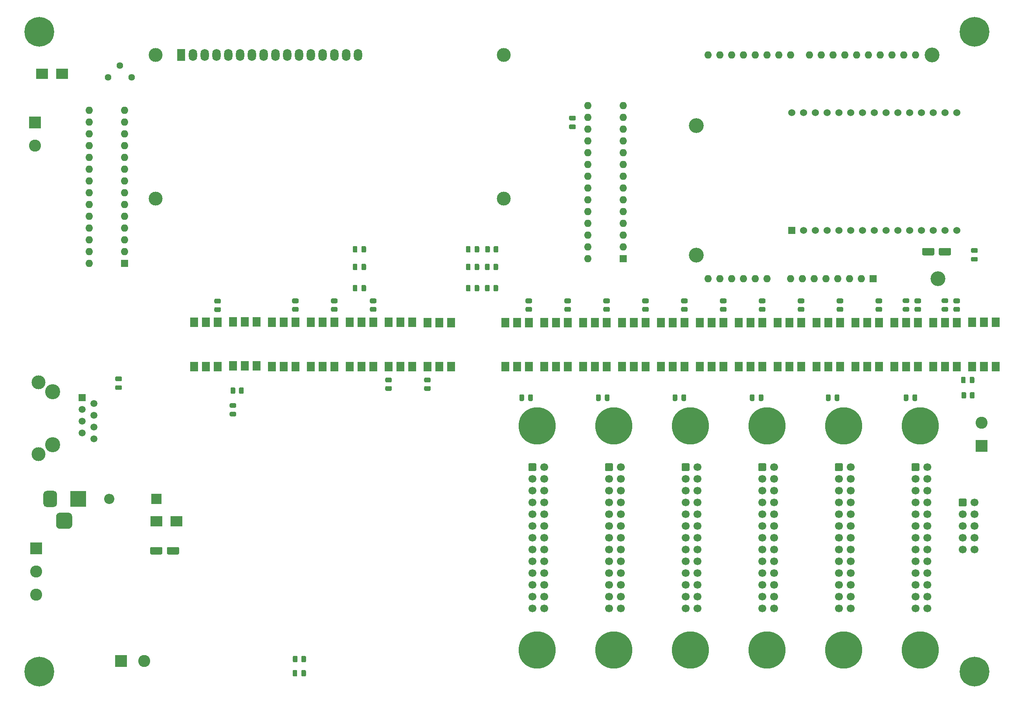
<source format=gbr>
%TF.GenerationSoftware,KiCad,Pcbnew,(5.1.8)-1*%
%TF.CreationDate,2020-12-03T12:26:08+04:00*%
%TF.ProjectId,111,3131312e-6b69-4636-9164-5f7063625858,ver 1.0*%
%TF.SameCoordinates,Original*%
%TF.FileFunction,Soldermask,Top*%
%TF.FilePolarity,Negative*%
%FSLAX46Y46*%
G04 Gerber Fmt 4.6, Leading zero omitted, Abs format (unit mm)*
G04 Created by KiCad (PCBNEW (5.1.8)-1) date 2020-12-03 12:26:08*
%MOMM*%
%LPD*%
G01*
G04 APERTURE LIST*
%ADD10C,2.600000*%
%ADD11R,2.600000X2.600000*%
%ADD12C,3.200000*%
%ADD13O,1.600000X1.600000*%
%ADD14R,1.600000X1.600000*%
%ADD15C,1.700000*%
%ADD16C,1.524000*%
%ADD17R,1.524000X1.524000*%
%ADD18C,1.440000*%
%ADD19C,3.000000*%
%ADD20O,1.800000X2.600000*%
%ADD21R,1.800000X2.600000*%
%ADD22R,2.500000X2.300000*%
%ADD23R,2.200000X2.200000*%
%ADD24O,2.200000X2.200000*%
%ADD25C,6.400000*%
%ADD26R,3.500000X3.500000*%
%ADD27C,3.250000*%
%ADD28C,1.500000*%
%ADD29R,1.500000X1.500000*%
%ADD30C,8.000000*%
%ADD31R,1.780000X2.000000*%
G04 APERTURE END LIST*
%TO.C,C13*%
G36*
G01*
X191524000Y-92423000D02*
X191524000Y-91473000D01*
G75*
G02*
X191774000Y-91223000I250000J0D01*
G01*
X192274000Y-91223000D01*
G75*
G02*
X192524000Y-91473000I0J-250000D01*
G01*
X192524000Y-92423000D01*
G75*
G02*
X192274000Y-92673000I-250000J0D01*
G01*
X191774000Y-92673000D01*
G75*
G02*
X191524000Y-92423000I0J250000D01*
G01*
G37*
G36*
G01*
X189624000Y-92423000D02*
X189624000Y-91473000D01*
G75*
G02*
X189874000Y-91223000I250000J0D01*
G01*
X190374000Y-91223000D01*
G75*
G02*
X190624000Y-91473000I0J-250000D01*
G01*
X190624000Y-92423000D01*
G75*
G02*
X190374000Y-92673000I-250000J0D01*
G01*
X189874000Y-92673000D01*
G75*
G02*
X189624000Y-92423000I0J250000D01*
G01*
G37*
%TD*%
%TO.C,C11*%
G36*
G01*
X224666000Y-92423000D02*
X224666000Y-91473000D01*
G75*
G02*
X224916000Y-91223000I250000J0D01*
G01*
X225416000Y-91223000D01*
G75*
G02*
X225666000Y-91473000I0J-250000D01*
G01*
X225666000Y-92423000D01*
G75*
G02*
X225416000Y-92673000I-250000J0D01*
G01*
X224916000Y-92673000D01*
G75*
G02*
X224666000Y-92423000I0J250000D01*
G01*
G37*
G36*
G01*
X222766000Y-92423000D02*
X222766000Y-91473000D01*
G75*
G02*
X223016000Y-91223000I250000J0D01*
G01*
X223516000Y-91223000D01*
G75*
G02*
X223766000Y-91473000I0J-250000D01*
G01*
X223766000Y-92423000D01*
G75*
G02*
X223516000Y-92673000I-250000J0D01*
G01*
X223016000Y-92673000D01*
G75*
G02*
X222766000Y-92423000I0J250000D01*
G01*
G37*
%TD*%
%TO.C,C9*%
G36*
G01*
X158372000Y-92423000D02*
X158372000Y-91473000D01*
G75*
G02*
X158622000Y-91223000I250000J0D01*
G01*
X159122000Y-91223000D01*
G75*
G02*
X159372000Y-91473000I0J-250000D01*
G01*
X159372000Y-92423000D01*
G75*
G02*
X159122000Y-92673000I-250000J0D01*
G01*
X158622000Y-92673000D01*
G75*
G02*
X158372000Y-92423000I0J250000D01*
G01*
G37*
G36*
G01*
X156472000Y-92423000D02*
X156472000Y-91473000D01*
G75*
G02*
X156722000Y-91223000I250000J0D01*
G01*
X157222000Y-91223000D01*
G75*
G02*
X157472000Y-91473000I0J-250000D01*
G01*
X157472000Y-92423000D01*
G75*
G02*
X157222000Y-92673000I-250000J0D01*
G01*
X156722000Y-92673000D01*
G75*
G02*
X156472000Y-92423000I0J250000D01*
G01*
G37*
%TD*%
%TO.C,C18*%
G36*
G01*
X237523000Y-61598000D02*
X238473000Y-61598000D01*
G75*
G02*
X238723000Y-61848000I0J-250000D01*
G01*
X238723000Y-62348000D01*
G75*
G02*
X238473000Y-62598000I-250000J0D01*
G01*
X237523000Y-62598000D01*
G75*
G02*
X237273000Y-62348000I0J250000D01*
G01*
X237273000Y-61848000D01*
G75*
G02*
X237523000Y-61598000I250000J0D01*
G01*
G37*
G36*
G01*
X237523000Y-59698000D02*
X238473000Y-59698000D01*
G75*
G02*
X238723000Y-59948000I0J-250000D01*
G01*
X238723000Y-60448000D01*
G75*
G02*
X238473000Y-60698000I-250000J0D01*
G01*
X237523000Y-60698000D01*
G75*
G02*
X237273000Y-60448000I0J250000D01*
G01*
X237273000Y-59948000D01*
G75*
G02*
X237523000Y-59698000I250000J0D01*
G01*
G37*
%TD*%
%TO.C,C17*%
G36*
G01*
X151859000Y-32128000D02*
X150909000Y-32128000D01*
G75*
G02*
X150659000Y-31878000I0J250000D01*
G01*
X150659000Y-31378000D01*
G75*
G02*
X150909000Y-31128000I250000J0D01*
G01*
X151859000Y-31128000D01*
G75*
G02*
X152109000Y-31378000I0J-250000D01*
G01*
X152109000Y-31878000D01*
G75*
G02*
X151859000Y-32128000I-250000J0D01*
G01*
G37*
G36*
G01*
X151859000Y-34028000D02*
X150909000Y-34028000D01*
G75*
G02*
X150659000Y-33778000I0J250000D01*
G01*
X150659000Y-33278000D01*
G75*
G02*
X150909000Y-33028000I250000J0D01*
G01*
X151859000Y-33028000D01*
G75*
G02*
X152109000Y-33278000I0J-250000D01*
G01*
X152109000Y-33778000D01*
G75*
G02*
X151859000Y-34028000I-250000J0D01*
G01*
G37*
%TD*%
%TO.C,C7*%
G36*
G01*
X207902000Y-92423000D02*
X207902000Y-91473000D01*
G75*
G02*
X208152000Y-91223000I250000J0D01*
G01*
X208652000Y-91223000D01*
G75*
G02*
X208902000Y-91473000I0J-250000D01*
G01*
X208902000Y-92423000D01*
G75*
G02*
X208652000Y-92673000I-250000J0D01*
G01*
X208152000Y-92673000D01*
G75*
G02*
X207902000Y-92423000I0J250000D01*
G01*
G37*
G36*
G01*
X206002000Y-92423000D02*
X206002000Y-91473000D01*
G75*
G02*
X206252000Y-91223000I250000J0D01*
G01*
X206752000Y-91223000D01*
G75*
G02*
X207002000Y-91473000I0J-250000D01*
G01*
X207002000Y-92423000D01*
G75*
G02*
X206752000Y-92673000I-250000J0D01*
G01*
X206252000Y-92673000D01*
G75*
G02*
X206002000Y-92423000I0J250000D01*
G01*
G37*
%TD*%
%TO.C,C5*%
G36*
G01*
X54069000Y-88384000D02*
X53119000Y-88384000D01*
G75*
G02*
X52869000Y-88134000I0J250000D01*
G01*
X52869000Y-87634000D01*
G75*
G02*
X53119000Y-87384000I250000J0D01*
G01*
X54069000Y-87384000D01*
G75*
G02*
X54319000Y-87634000I0J-250000D01*
G01*
X54319000Y-88134000D01*
G75*
G02*
X54069000Y-88384000I-250000J0D01*
G01*
G37*
G36*
G01*
X54069000Y-90284000D02*
X53119000Y-90284000D01*
G75*
G02*
X52869000Y-90034000I0J250000D01*
G01*
X52869000Y-89534000D01*
G75*
G02*
X53119000Y-89284000I250000J0D01*
G01*
X54069000Y-89284000D01*
G75*
G02*
X54319000Y-89534000I0J-250000D01*
G01*
X54319000Y-90034000D01*
G75*
G02*
X54069000Y-90284000I-250000J0D01*
G01*
G37*
%TD*%
%TO.C,C3*%
G36*
G01*
X174882000Y-92423000D02*
X174882000Y-91473000D01*
G75*
G02*
X175132000Y-91223000I250000J0D01*
G01*
X175632000Y-91223000D01*
G75*
G02*
X175882000Y-91473000I0J-250000D01*
G01*
X175882000Y-92423000D01*
G75*
G02*
X175632000Y-92673000I-250000J0D01*
G01*
X175132000Y-92673000D01*
G75*
G02*
X174882000Y-92423000I0J250000D01*
G01*
G37*
G36*
G01*
X172982000Y-92423000D02*
X172982000Y-91473000D01*
G75*
G02*
X173232000Y-91223000I250000J0D01*
G01*
X173732000Y-91223000D01*
G75*
G02*
X173982000Y-91473000I0J-250000D01*
G01*
X173982000Y-92423000D01*
G75*
G02*
X173732000Y-92673000I-250000J0D01*
G01*
X173232000Y-92673000D01*
G75*
G02*
X172982000Y-92423000I0J250000D01*
G01*
G37*
%TD*%
%TO.C,C2*%
G36*
G01*
X141862000Y-92423000D02*
X141862000Y-91473000D01*
G75*
G02*
X142112000Y-91223000I250000J0D01*
G01*
X142612000Y-91223000D01*
G75*
G02*
X142862000Y-91473000I0J-250000D01*
G01*
X142862000Y-92423000D01*
G75*
G02*
X142612000Y-92673000I-250000J0D01*
G01*
X142112000Y-92673000D01*
G75*
G02*
X141862000Y-92423000I0J250000D01*
G01*
G37*
G36*
G01*
X139962000Y-92423000D02*
X139962000Y-91473000D01*
G75*
G02*
X140212000Y-91223000I250000J0D01*
G01*
X140712000Y-91223000D01*
G75*
G02*
X140962000Y-91473000I0J-250000D01*
G01*
X140962000Y-92423000D01*
G75*
G02*
X140712000Y-92673000I-250000J0D01*
G01*
X140212000Y-92673000D01*
G75*
G02*
X139962000Y-92423000I0J250000D01*
G01*
G37*
%TD*%
D10*
%TO.C,\u002AJ3*%
X35560000Y-37592000D03*
D11*
X35560000Y-32592000D03*
%TD*%
D12*
%TO.C,\u002AXA1*%
X178054000Y-61214000D03*
X178054000Y-33274000D03*
X228854000Y-18034000D03*
X230124000Y-66294000D03*
D13*
X183134000Y-18034000D03*
X180594000Y-18034000D03*
X220214000Y-18034000D03*
X180594000Y-66294000D03*
X217674000Y-18034000D03*
X183134000Y-66294000D03*
X215134000Y-18034000D03*
X185674000Y-66294000D03*
X212594000Y-18034000D03*
X188214000Y-66294000D03*
X210054000Y-18034000D03*
X190754000Y-66294000D03*
X207514000Y-18034000D03*
X193294000Y-66294000D03*
X204974000Y-18034000D03*
X198374000Y-66294000D03*
X202434000Y-18034000D03*
X200914000Y-66294000D03*
X198374000Y-18034000D03*
X203454000Y-66294000D03*
X195834000Y-18034000D03*
X205994000Y-66294000D03*
X193294000Y-18034000D03*
X208534000Y-66294000D03*
X190754000Y-18034000D03*
X211074000Y-66294000D03*
X188214000Y-18034000D03*
X213614000Y-66294000D03*
X185674000Y-18034000D03*
D14*
X216154000Y-66294000D03*
D13*
X222754000Y-18034000D03*
X225294000Y-18034000D03*
%TD*%
%TO.C,U3*%
X154686000Y-61976000D03*
X162306000Y-28956000D03*
X154686000Y-59436000D03*
X162306000Y-31496000D03*
X154686000Y-56896000D03*
X162306000Y-34036000D03*
X154686000Y-54356000D03*
X162306000Y-36576000D03*
X154686000Y-51816000D03*
X162306000Y-39116000D03*
X154686000Y-49276000D03*
X162306000Y-41656000D03*
X154686000Y-46736000D03*
X162306000Y-44196000D03*
X154686000Y-44196000D03*
X162306000Y-46736000D03*
X154686000Y-41656000D03*
X162306000Y-49276000D03*
X154686000Y-39116000D03*
X162306000Y-51816000D03*
X154686000Y-36576000D03*
X162306000Y-54356000D03*
X154686000Y-34036000D03*
X162306000Y-56896000D03*
X154686000Y-31496000D03*
X162306000Y-59436000D03*
X154686000Y-28956000D03*
D14*
X162306000Y-61976000D03*
%TD*%
%TO.C,J7*%
G36*
G01*
X234608000Y-115154000D02*
X234608000Y-113954000D01*
G75*
G02*
X234858000Y-113704000I250000J0D01*
G01*
X236058000Y-113704000D01*
G75*
G02*
X236308000Y-113954000I0J-250000D01*
G01*
X236308000Y-115154000D01*
G75*
G02*
X236058000Y-115404000I-250000J0D01*
G01*
X234858000Y-115404000D01*
G75*
G02*
X234608000Y-115154000I0J250000D01*
G01*
G37*
D15*
X235458000Y-117094000D03*
X235458000Y-119634000D03*
X235458000Y-122174000D03*
X235458000Y-124714000D03*
X237998000Y-114554000D03*
X237998000Y-117094000D03*
X237998000Y-119634000D03*
X237998000Y-122174000D03*
X237998000Y-124714000D03*
%TD*%
D13*
%TO.C,\u002AU3*%
X47244000Y-62992000D03*
X54864000Y-29972000D03*
X47244000Y-60452000D03*
X54864000Y-32512000D03*
X47244000Y-57912000D03*
X54864000Y-35052000D03*
X47244000Y-55372000D03*
X54864000Y-37592000D03*
X47244000Y-52832000D03*
X54864000Y-40132000D03*
X47244000Y-50292000D03*
X54864000Y-42672000D03*
X47244000Y-47752000D03*
X54864000Y-45212000D03*
X47244000Y-45212000D03*
X54864000Y-47752000D03*
X47244000Y-42672000D03*
X54864000Y-50292000D03*
X47244000Y-40132000D03*
X54864000Y-52832000D03*
X47244000Y-37592000D03*
X54864000Y-55372000D03*
X47244000Y-35052000D03*
X54864000Y-57912000D03*
X47244000Y-32512000D03*
X54864000Y-60452000D03*
X47244000Y-29972000D03*
D14*
X54864000Y-62992000D03*
%TD*%
D16*
%TO.C,U1*%
X198628000Y-30480000D03*
X201168000Y-30480000D03*
X203708000Y-30480000D03*
X206248000Y-30480000D03*
X208788000Y-30480000D03*
X211328000Y-30480000D03*
X213868000Y-30480000D03*
X216408000Y-30480000D03*
X218948000Y-30480000D03*
X221488000Y-30480000D03*
X224028000Y-30480000D03*
X226568000Y-30480000D03*
X229108000Y-30480000D03*
X231648000Y-30480000D03*
X234188000Y-30480000D03*
X234188000Y-55880000D03*
X231648000Y-55880000D03*
X229108000Y-55880000D03*
X226568000Y-55880000D03*
X224028000Y-55880000D03*
X221488000Y-55880000D03*
X218948000Y-55880000D03*
X216408000Y-55880000D03*
X213868000Y-55880000D03*
X211328000Y-55880000D03*
X208788000Y-55880000D03*
X206248000Y-55880000D03*
X203708000Y-55880000D03*
X201168000Y-55880000D03*
D17*
X198628000Y-55880000D03*
%TD*%
D18*
%TO.C,RV1*%
X51308000Y-22860000D03*
X53848000Y-20320000D03*
X56388000Y-22860000D03*
%TD*%
D19*
%TO.C,DS1*%
X136556000Y-18034000D03*
X136555480Y-49034700D03*
X61556900Y-49034700D03*
X61556900Y-18034000D03*
D20*
X105156000Y-18034000D03*
X102616000Y-18034000D03*
X100076000Y-18034000D03*
X97536000Y-18034000D03*
X94996000Y-18034000D03*
X92456000Y-18034000D03*
X89916000Y-18034000D03*
X87376000Y-18034000D03*
X84836000Y-18034000D03*
X82296000Y-18034000D03*
X79756000Y-18034000D03*
X77216000Y-18034000D03*
X74676000Y-18034000D03*
X72136000Y-18034000D03*
X69596000Y-18034000D03*
D21*
X67056000Y-18034000D03*
%TD*%
%TO.C,C15*%
G36*
G01*
X229348000Y-59902000D02*
X229348000Y-61002000D01*
G75*
G02*
X229098000Y-61252000I-250000J0D01*
G01*
X226998000Y-61252000D01*
G75*
G02*
X226748000Y-61002000I0J250000D01*
G01*
X226748000Y-59902000D01*
G75*
G02*
X226998000Y-59652000I250000J0D01*
G01*
X229098000Y-59652000D01*
G75*
G02*
X229348000Y-59902000I0J-250000D01*
G01*
G37*
G36*
G01*
X232948000Y-59902000D02*
X232948000Y-61002000D01*
G75*
G02*
X232698000Y-61252000I-250000J0D01*
G01*
X230598000Y-61252000D01*
G75*
G02*
X230348000Y-61002000I0J250000D01*
G01*
X230348000Y-59902000D01*
G75*
G02*
X230598000Y-59652000I250000J0D01*
G01*
X232698000Y-59652000D01*
G75*
G02*
X232948000Y-59902000I0J-250000D01*
G01*
G37*
%TD*%
%TO.C,C1*%
G36*
G01*
X60422000Y-125518000D02*
X60422000Y-124418000D01*
G75*
G02*
X60672000Y-124168000I250000J0D01*
G01*
X62772000Y-124168000D01*
G75*
G02*
X63022000Y-124418000I0J-250000D01*
G01*
X63022000Y-125518000D01*
G75*
G02*
X62772000Y-125768000I-250000J0D01*
G01*
X60672000Y-125768000D01*
G75*
G02*
X60422000Y-125518000I0J250000D01*
G01*
G37*
G36*
G01*
X64022000Y-125518000D02*
X64022000Y-124418000D01*
G75*
G02*
X64272000Y-124168000I250000J0D01*
G01*
X66372000Y-124168000D01*
G75*
G02*
X66622000Y-124418000I0J-250000D01*
G01*
X66622000Y-125518000D01*
G75*
G02*
X66372000Y-125768000I-250000J0D01*
G01*
X64272000Y-125768000D01*
G75*
G02*
X64022000Y-125518000I0J250000D01*
G01*
G37*
%TD*%
%TO.C,D4*%
G36*
G01*
X130322500Y-60400250D02*
X130322500Y-59487750D01*
G75*
G02*
X130566250Y-59244000I243750J0D01*
G01*
X131053750Y-59244000D01*
G75*
G02*
X131297500Y-59487750I0J-243750D01*
G01*
X131297500Y-60400250D01*
G75*
G02*
X131053750Y-60644000I-243750J0D01*
G01*
X130566250Y-60644000D01*
G75*
G02*
X130322500Y-60400250I0J243750D01*
G01*
G37*
G36*
G01*
X128447500Y-60400250D02*
X128447500Y-59487750D01*
G75*
G02*
X128691250Y-59244000I243750J0D01*
G01*
X129178750Y-59244000D01*
G75*
G02*
X129422500Y-59487750I0J-243750D01*
G01*
X129422500Y-60400250D01*
G75*
G02*
X129178750Y-60644000I-243750J0D01*
G01*
X128691250Y-60644000D01*
G75*
G02*
X128447500Y-60400250I0J243750D01*
G01*
G37*
%TD*%
D22*
%TO.C,\u002AD4*%
X41402000Y-22098000D03*
X37102000Y-22098000D03*
%TD*%
%TO.C,\u002AD1*%
G36*
G01*
X237977500Y-87681750D02*
X237977500Y-88594250D01*
G75*
G02*
X237733750Y-88838000I-243750J0D01*
G01*
X237246250Y-88838000D01*
G75*
G02*
X237002500Y-88594250I0J243750D01*
G01*
X237002500Y-87681750D01*
G75*
G02*
X237246250Y-87438000I243750J0D01*
G01*
X237733750Y-87438000D01*
G75*
G02*
X237977500Y-87681750I0J-243750D01*
G01*
G37*
G36*
G01*
X236102500Y-87681750D02*
X236102500Y-88594250D01*
G75*
G02*
X235858750Y-88838000I-243750J0D01*
G01*
X235371250Y-88838000D01*
G75*
G02*
X235127500Y-88594250I0J243750D01*
G01*
X235127500Y-87681750D01*
G75*
G02*
X235371250Y-87438000I243750J0D01*
G01*
X235858750Y-87438000D01*
G75*
G02*
X236102500Y-87681750I0J-243750D01*
G01*
G37*
%TD*%
%TO.C,D1*%
G36*
G01*
X78688250Y-94116500D02*
X77775750Y-94116500D01*
G75*
G02*
X77532000Y-93872750I0J243750D01*
G01*
X77532000Y-93385250D01*
G75*
G02*
X77775750Y-93141500I243750J0D01*
G01*
X78688250Y-93141500D01*
G75*
G02*
X78932000Y-93385250I0J-243750D01*
G01*
X78932000Y-93872750D01*
G75*
G02*
X78688250Y-94116500I-243750J0D01*
G01*
G37*
G36*
G01*
X78688250Y-95991500D02*
X77775750Y-95991500D01*
G75*
G02*
X77532000Y-95747750I0J243750D01*
G01*
X77532000Y-95260250D01*
G75*
G02*
X77775750Y-95016500I243750J0D01*
G01*
X78688250Y-95016500D01*
G75*
G02*
X78932000Y-95260250I0J-243750D01*
G01*
X78932000Y-95747750D01*
G75*
G02*
X78688250Y-95991500I-243750J0D01*
G01*
G37*
%TD*%
%TO.C,\u002AD3*%
G36*
G01*
X128447500Y-68782250D02*
X128447500Y-67869750D01*
G75*
G02*
X128691250Y-67626000I243750J0D01*
G01*
X129178750Y-67626000D01*
G75*
G02*
X129422500Y-67869750I0J-243750D01*
G01*
X129422500Y-68782250D01*
G75*
G02*
X129178750Y-69026000I-243750J0D01*
G01*
X128691250Y-69026000D01*
G75*
G02*
X128447500Y-68782250I0J243750D01*
G01*
G37*
G36*
G01*
X130322500Y-68782250D02*
X130322500Y-67869750D01*
G75*
G02*
X130566250Y-67626000I243750J0D01*
G01*
X131053750Y-67626000D01*
G75*
G02*
X131297500Y-67869750I0J-243750D01*
G01*
X131297500Y-68782250D01*
G75*
G02*
X131053750Y-69026000I-243750J0D01*
G01*
X130566250Y-69026000D01*
G75*
G02*
X130322500Y-68782250I0J243750D01*
G01*
G37*
%TD*%
D23*
%TO.C,D2*%
X61722000Y-113792000D03*
D24*
X51562000Y-113792000D03*
%TD*%
D22*
%TO.C,\u002AD2*%
X66022000Y-118618000D03*
X61722000Y-118618000D03*
%TD*%
%TO.C,D3*%
G36*
G01*
X92984500Y-151840250D02*
X92984500Y-150927750D01*
G75*
G02*
X93228250Y-150684000I243750J0D01*
G01*
X93715750Y-150684000D01*
G75*
G02*
X93959500Y-150927750I0J-243750D01*
G01*
X93959500Y-151840250D01*
G75*
G02*
X93715750Y-152084000I-243750J0D01*
G01*
X93228250Y-152084000D01*
G75*
G02*
X92984500Y-151840250I0J243750D01*
G01*
G37*
G36*
G01*
X91109500Y-151840250D02*
X91109500Y-150927750D01*
G75*
G02*
X91353250Y-150684000I243750J0D01*
G01*
X91840750Y-150684000D01*
G75*
G02*
X92084500Y-150927750I0J-243750D01*
G01*
X92084500Y-151840250D01*
G75*
G02*
X91840750Y-152084000I-243750J0D01*
G01*
X91353250Y-152084000D01*
G75*
G02*
X91109500Y-151840250I0J243750D01*
G01*
G37*
%TD*%
%TO.C,D5*%
G36*
G01*
X222809750Y-72410500D02*
X223722250Y-72410500D01*
G75*
G02*
X223966000Y-72654250I0J-243750D01*
G01*
X223966000Y-73141750D01*
G75*
G02*
X223722250Y-73385500I-243750J0D01*
G01*
X222809750Y-73385500D01*
G75*
G02*
X222566000Y-73141750I0J243750D01*
G01*
X222566000Y-72654250D01*
G75*
G02*
X222809750Y-72410500I243750J0D01*
G01*
G37*
G36*
G01*
X222809750Y-70535500D02*
X223722250Y-70535500D01*
G75*
G02*
X223966000Y-70779250I0J-243750D01*
G01*
X223966000Y-71266750D01*
G75*
G02*
X223722250Y-71510500I-243750J0D01*
G01*
X222809750Y-71510500D01*
G75*
G02*
X222566000Y-71266750I0J243750D01*
G01*
X222566000Y-70779250D01*
G75*
G02*
X222809750Y-70535500I243750J0D01*
G01*
G37*
%TD*%
%TO.C,\u002AD11*%
G36*
G01*
X130322500Y-64210250D02*
X130322500Y-63297750D01*
G75*
G02*
X130566250Y-63054000I243750J0D01*
G01*
X131053750Y-63054000D01*
G75*
G02*
X131297500Y-63297750I0J-243750D01*
G01*
X131297500Y-64210250D01*
G75*
G02*
X131053750Y-64454000I-243750J0D01*
G01*
X130566250Y-64454000D01*
G75*
G02*
X130322500Y-64210250I0J243750D01*
G01*
G37*
G36*
G01*
X128447500Y-64210250D02*
X128447500Y-63297750D01*
G75*
G02*
X128691250Y-63054000I243750J0D01*
G01*
X129178750Y-63054000D01*
G75*
G02*
X129422500Y-63297750I0J-243750D01*
G01*
X129422500Y-64210250D01*
G75*
G02*
X129178750Y-64454000I-243750J0D01*
G01*
X128691250Y-64454000D01*
G75*
G02*
X128447500Y-64210250I0J243750D01*
G01*
G37*
%TD*%
%TO.C,\u002AD8*%
G36*
G01*
X106913500Y-59487750D02*
X106913500Y-60400250D01*
G75*
G02*
X106669750Y-60644000I-243750J0D01*
G01*
X106182250Y-60644000D01*
G75*
G02*
X105938500Y-60400250I0J243750D01*
G01*
X105938500Y-59487750D01*
G75*
G02*
X106182250Y-59244000I243750J0D01*
G01*
X106669750Y-59244000D01*
G75*
G02*
X106913500Y-59487750I0J-243750D01*
G01*
G37*
G36*
G01*
X105038500Y-59487750D02*
X105038500Y-60400250D01*
G75*
G02*
X104794750Y-60644000I-243750J0D01*
G01*
X104307250Y-60644000D01*
G75*
G02*
X104063500Y-60400250I0J243750D01*
G01*
X104063500Y-59487750D01*
G75*
G02*
X104307250Y-59244000I243750J0D01*
G01*
X104794750Y-59244000D01*
G75*
G02*
X105038500Y-59487750I0J-243750D01*
G01*
G37*
%TD*%
%TO.C,\u002AD9*%
G36*
G01*
X105038500Y-63297750D02*
X105038500Y-64210250D01*
G75*
G02*
X104794750Y-64454000I-243750J0D01*
G01*
X104307250Y-64454000D01*
G75*
G02*
X104063500Y-64210250I0J243750D01*
G01*
X104063500Y-63297750D01*
G75*
G02*
X104307250Y-63054000I243750J0D01*
G01*
X104794750Y-63054000D01*
G75*
G02*
X105038500Y-63297750I0J-243750D01*
G01*
G37*
G36*
G01*
X106913500Y-63297750D02*
X106913500Y-64210250D01*
G75*
G02*
X106669750Y-64454000I-243750J0D01*
G01*
X106182250Y-64454000D01*
G75*
G02*
X105938500Y-64210250I0J243750D01*
G01*
X105938500Y-63297750D01*
G75*
G02*
X106182250Y-63054000I243750J0D01*
G01*
X106669750Y-63054000D01*
G75*
G02*
X106913500Y-63297750I0J-243750D01*
G01*
G37*
%TD*%
%TO.C,\u002AD10*%
G36*
G01*
X105038500Y-67869750D02*
X105038500Y-68782250D01*
G75*
G02*
X104794750Y-69026000I-243750J0D01*
G01*
X104307250Y-69026000D01*
G75*
G02*
X104063500Y-68782250I0J243750D01*
G01*
X104063500Y-67869750D01*
G75*
G02*
X104307250Y-67626000I243750J0D01*
G01*
X104794750Y-67626000D01*
G75*
G02*
X105038500Y-67869750I0J-243750D01*
G01*
G37*
G36*
G01*
X106913500Y-67869750D02*
X106913500Y-68782250D01*
G75*
G02*
X106669750Y-69026000I-243750J0D01*
G01*
X106182250Y-69026000D01*
G75*
G02*
X105938500Y-68782250I0J243750D01*
G01*
X105938500Y-67869750D01*
G75*
G02*
X106182250Y-67626000I243750J0D01*
G01*
X106669750Y-67626000D01*
G75*
G02*
X106913500Y-67869750I0J-243750D01*
G01*
G37*
%TD*%
%TO.C,D6*%
G36*
G01*
X231191750Y-70535500D02*
X232104250Y-70535500D01*
G75*
G02*
X232348000Y-70779250I0J-243750D01*
G01*
X232348000Y-71266750D01*
G75*
G02*
X232104250Y-71510500I-243750J0D01*
G01*
X231191750Y-71510500D01*
G75*
G02*
X230948000Y-71266750I0J243750D01*
G01*
X230948000Y-70779250D01*
G75*
G02*
X231191750Y-70535500I243750J0D01*
G01*
G37*
G36*
G01*
X231191750Y-72410500D02*
X232104250Y-72410500D01*
G75*
G02*
X232348000Y-72654250I0J-243750D01*
G01*
X232348000Y-73141750D01*
G75*
G02*
X232104250Y-73385500I-243750J0D01*
G01*
X231191750Y-73385500D01*
G75*
G02*
X230948000Y-73141750I0J243750D01*
G01*
X230948000Y-72654250D01*
G75*
G02*
X231191750Y-72410500I243750J0D01*
G01*
G37*
%TD*%
D25*
%TO.C,H1*%
X238000000Y-13000000D03*
%TD*%
%TO.C,H2*%
X36500000Y-13000000D03*
%TD*%
%TO.C,H3*%
X238000000Y-151000000D03*
%TD*%
%TO.C,H4*%
X36500000Y-151000000D03*
%TD*%
D10*
%TO.C,\u002AJ1*%
X239522000Y-97362000D03*
D11*
X239522000Y-102362000D03*
%TD*%
%TO.C,J1*%
X35814000Y-124460000D03*
D10*
X35814000Y-129460000D03*
X35814000Y-134460000D03*
%TD*%
D11*
%TO.C,\u002AJ2*%
X54102000Y-148793200D03*
D10*
X59102000Y-148793200D03*
%TD*%
D26*
%TO.C,J2*%
X44862000Y-113792000D03*
G36*
G01*
X37362000Y-114792000D02*
X37362000Y-112792000D01*
G75*
G02*
X38112000Y-112042000I750000J0D01*
G01*
X39612000Y-112042000D01*
G75*
G02*
X40362000Y-112792000I0J-750000D01*
G01*
X40362000Y-114792000D01*
G75*
G02*
X39612000Y-115542000I-750000J0D01*
G01*
X38112000Y-115542000D01*
G75*
G02*
X37362000Y-114792000I0J750000D01*
G01*
G37*
G36*
G01*
X40112000Y-119367000D02*
X40112000Y-117617000D01*
G75*
G02*
X40987000Y-116742000I875000J0D01*
G01*
X42737000Y-116742000D01*
G75*
G02*
X43612000Y-117617000I0J-875000D01*
G01*
X43612000Y-119367000D01*
G75*
G02*
X42737000Y-120242000I-875000J0D01*
G01*
X40987000Y-120242000D01*
G75*
G02*
X40112000Y-119367000I0J875000D01*
G01*
G37*
%TD*%
D27*
%TO.C,J3*%
X39370000Y-102108000D03*
D19*
X36320000Y-104163000D03*
D27*
X39370000Y-90678000D03*
D28*
X45720000Y-94488000D03*
X45720000Y-97028000D03*
X48260000Y-95758000D03*
X45720000Y-99568000D03*
D29*
X45720000Y-91948000D03*
D28*
X48260000Y-93218000D03*
D19*
X36320000Y-88623000D03*
D28*
X48260000Y-100838000D03*
X48260000Y-98298000D03*
%TD*%
D30*
%TO.C,J4*%
X226318000Y-146354000D03*
X226318000Y-97994000D03*
D15*
X227838000Y-137414000D03*
X227838000Y-134874000D03*
X227838000Y-132334000D03*
X227838000Y-129794000D03*
X227838000Y-127254000D03*
X227838000Y-124714000D03*
X227838000Y-122174000D03*
X227838000Y-119634000D03*
X227838000Y-117094000D03*
X227838000Y-114554000D03*
X227838000Y-112014000D03*
X227838000Y-109474000D03*
X227838000Y-106934000D03*
X225298000Y-137414000D03*
X225298000Y-134874000D03*
X225298000Y-132334000D03*
X225298000Y-129794000D03*
X225298000Y-127254000D03*
X225298000Y-124714000D03*
X225298000Y-122174000D03*
X225298000Y-119634000D03*
X225298000Y-117094000D03*
X225298000Y-114554000D03*
X225298000Y-112014000D03*
X225298000Y-109474000D03*
G36*
G01*
X224448000Y-107534000D02*
X224448000Y-106334000D01*
G75*
G02*
X224698000Y-106084000I250000J0D01*
G01*
X225898000Y-106084000D01*
G75*
G02*
X226148000Y-106334000I0J-250000D01*
G01*
X226148000Y-107534000D01*
G75*
G02*
X225898000Y-107784000I-250000J0D01*
G01*
X224698000Y-107784000D01*
G75*
G02*
X224448000Y-107534000I0J250000D01*
G01*
G37*
%TD*%
%TO.C,J8*%
G36*
G01*
X207938000Y-107534000D02*
X207938000Y-106334000D01*
G75*
G02*
X208188000Y-106084000I250000J0D01*
G01*
X209388000Y-106084000D01*
G75*
G02*
X209638000Y-106334000I0J-250000D01*
G01*
X209638000Y-107534000D01*
G75*
G02*
X209388000Y-107784000I-250000J0D01*
G01*
X208188000Y-107784000D01*
G75*
G02*
X207938000Y-107534000I0J250000D01*
G01*
G37*
X208788000Y-109474000D03*
X208788000Y-112014000D03*
X208788000Y-114554000D03*
X208788000Y-117094000D03*
X208788000Y-119634000D03*
X208788000Y-122174000D03*
X208788000Y-124714000D03*
X208788000Y-127254000D03*
X208788000Y-129794000D03*
X208788000Y-132334000D03*
X208788000Y-134874000D03*
X208788000Y-137414000D03*
X211328000Y-106934000D03*
X211328000Y-109474000D03*
X211328000Y-112014000D03*
X211328000Y-114554000D03*
X211328000Y-117094000D03*
X211328000Y-119634000D03*
X211328000Y-122174000D03*
X211328000Y-124714000D03*
X211328000Y-127254000D03*
X211328000Y-129794000D03*
X211328000Y-132334000D03*
X211328000Y-134874000D03*
X211328000Y-137414000D03*
D30*
X209808000Y-97994000D03*
X209808000Y-146354000D03*
%TD*%
%TO.C,J5*%
X193298000Y-146354000D03*
X193298000Y-97994000D03*
D15*
X194818000Y-137414000D03*
X194818000Y-134874000D03*
X194818000Y-132334000D03*
X194818000Y-129794000D03*
X194818000Y-127254000D03*
X194818000Y-124714000D03*
X194818000Y-122174000D03*
X194818000Y-119634000D03*
X194818000Y-117094000D03*
X194818000Y-114554000D03*
X194818000Y-112014000D03*
X194818000Y-109474000D03*
X194818000Y-106934000D03*
X192278000Y-137414000D03*
X192278000Y-134874000D03*
X192278000Y-132334000D03*
X192278000Y-129794000D03*
X192278000Y-127254000D03*
X192278000Y-124714000D03*
X192278000Y-122174000D03*
X192278000Y-119634000D03*
X192278000Y-117094000D03*
X192278000Y-114554000D03*
X192278000Y-112014000D03*
X192278000Y-109474000D03*
G36*
G01*
X191428000Y-107534000D02*
X191428000Y-106334000D01*
G75*
G02*
X191678000Y-106084000I250000J0D01*
G01*
X192878000Y-106084000D01*
G75*
G02*
X193128000Y-106334000I0J-250000D01*
G01*
X193128000Y-107534000D01*
G75*
G02*
X192878000Y-107784000I-250000J0D01*
G01*
X191678000Y-107784000D01*
G75*
G02*
X191428000Y-107534000I0J250000D01*
G01*
G37*
%TD*%
D30*
%TO.C,J9*%
X176788000Y-146354000D03*
X176788000Y-97994000D03*
D15*
X178308000Y-137414000D03*
X178308000Y-134874000D03*
X178308000Y-132334000D03*
X178308000Y-129794000D03*
X178308000Y-127254000D03*
X178308000Y-124714000D03*
X178308000Y-122174000D03*
X178308000Y-119634000D03*
X178308000Y-117094000D03*
X178308000Y-114554000D03*
X178308000Y-112014000D03*
X178308000Y-109474000D03*
X178308000Y-106934000D03*
X175768000Y-137414000D03*
X175768000Y-134874000D03*
X175768000Y-132334000D03*
X175768000Y-129794000D03*
X175768000Y-127254000D03*
X175768000Y-124714000D03*
X175768000Y-122174000D03*
X175768000Y-119634000D03*
X175768000Y-117094000D03*
X175768000Y-114554000D03*
X175768000Y-112014000D03*
X175768000Y-109474000D03*
G36*
G01*
X174918000Y-107534000D02*
X174918000Y-106334000D01*
G75*
G02*
X175168000Y-106084000I250000J0D01*
G01*
X176368000Y-106084000D01*
G75*
G02*
X176618000Y-106334000I0J-250000D01*
G01*
X176618000Y-107534000D01*
G75*
G02*
X176368000Y-107784000I-250000J0D01*
G01*
X175168000Y-107784000D01*
G75*
G02*
X174918000Y-107534000I0J250000D01*
G01*
G37*
%TD*%
%TO.C,J6*%
G36*
G01*
X158408000Y-107534000D02*
X158408000Y-106334000D01*
G75*
G02*
X158658000Y-106084000I250000J0D01*
G01*
X159858000Y-106084000D01*
G75*
G02*
X160108000Y-106334000I0J-250000D01*
G01*
X160108000Y-107534000D01*
G75*
G02*
X159858000Y-107784000I-250000J0D01*
G01*
X158658000Y-107784000D01*
G75*
G02*
X158408000Y-107534000I0J250000D01*
G01*
G37*
X159258000Y-109474000D03*
X159258000Y-112014000D03*
X159258000Y-114554000D03*
X159258000Y-117094000D03*
X159258000Y-119634000D03*
X159258000Y-122174000D03*
X159258000Y-124714000D03*
X159258000Y-127254000D03*
X159258000Y-129794000D03*
X159258000Y-132334000D03*
X159258000Y-134874000D03*
X159258000Y-137414000D03*
X161798000Y-106934000D03*
X161798000Y-109474000D03*
X161798000Y-112014000D03*
X161798000Y-114554000D03*
X161798000Y-117094000D03*
X161798000Y-119634000D03*
X161798000Y-122174000D03*
X161798000Y-124714000D03*
X161798000Y-127254000D03*
X161798000Y-129794000D03*
X161798000Y-132334000D03*
X161798000Y-134874000D03*
X161798000Y-137414000D03*
D30*
X160278000Y-97994000D03*
X160278000Y-146354000D03*
%TD*%
%TO.C,J10*%
G36*
G01*
X141898000Y-107534000D02*
X141898000Y-106334000D01*
G75*
G02*
X142148000Y-106084000I250000J0D01*
G01*
X143348000Y-106084000D01*
G75*
G02*
X143598000Y-106334000I0J-250000D01*
G01*
X143598000Y-107534000D01*
G75*
G02*
X143348000Y-107784000I-250000J0D01*
G01*
X142148000Y-107784000D01*
G75*
G02*
X141898000Y-107534000I0J250000D01*
G01*
G37*
D15*
X142748000Y-109474000D03*
X142748000Y-112014000D03*
X142748000Y-114554000D03*
X142748000Y-117094000D03*
X142748000Y-119634000D03*
X142748000Y-122174000D03*
X142748000Y-124714000D03*
X142748000Y-127254000D03*
X142748000Y-129794000D03*
X142748000Y-132334000D03*
X142748000Y-134874000D03*
X142748000Y-137414000D03*
X145288000Y-106934000D03*
X145288000Y-109474000D03*
X145288000Y-112014000D03*
X145288000Y-114554000D03*
X145288000Y-117094000D03*
X145288000Y-119634000D03*
X145288000Y-122174000D03*
X145288000Y-124714000D03*
X145288000Y-127254000D03*
X145288000Y-129794000D03*
X145288000Y-132334000D03*
X145288000Y-134874000D03*
X145288000Y-137414000D03*
D30*
X143768000Y-97994000D03*
X143768000Y-146354000D03*
%TD*%
%TO.C,R4*%
G36*
G01*
X225355998Y-72385500D02*
X226256002Y-72385500D01*
G75*
G02*
X226506000Y-72635498I0J-249998D01*
G01*
X226506000Y-73160502D01*
G75*
G02*
X226256002Y-73410500I-249998J0D01*
G01*
X225355998Y-73410500D01*
G75*
G02*
X225106000Y-73160502I0J249998D01*
G01*
X225106000Y-72635498D01*
G75*
G02*
X225355998Y-72385500I249998J0D01*
G01*
G37*
G36*
G01*
X225355998Y-70560500D02*
X226256002Y-70560500D01*
G75*
G02*
X226506000Y-70810498I0J-249998D01*
G01*
X226506000Y-71335502D01*
G75*
G02*
X226256002Y-71585500I-249998J0D01*
G01*
X225355998Y-71585500D01*
G75*
G02*
X225106000Y-71335502I0J249998D01*
G01*
X225106000Y-70810498D01*
G75*
G02*
X225355998Y-70560500I249998J0D01*
G01*
G37*
%TD*%
%TO.C,R3*%
G36*
G01*
X133608500Y-59493998D02*
X133608500Y-60394002D01*
G75*
G02*
X133358502Y-60644000I-249998J0D01*
G01*
X132833498Y-60644000D01*
G75*
G02*
X132583500Y-60394002I0J249998D01*
G01*
X132583500Y-59493998D01*
G75*
G02*
X132833498Y-59244000I249998J0D01*
G01*
X133358502Y-59244000D01*
G75*
G02*
X133608500Y-59493998I0J-249998D01*
G01*
G37*
G36*
G01*
X135433500Y-59493998D02*
X135433500Y-60394002D01*
G75*
G02*
X135183502Y-60644000I-249998J0D01*
G01*
X134658498Y-60644000D01*
G75*
G02*
X134408500Y-60394002I0J249998D01*
G01*
X134408500Y-59493998D01*
G75*
G02*
X134658498Y-59244000I249998J0D01*
G01*
X135183502Y-59244000D01*
G75*
G02*
X135433500Y-59493998I0J-249998D01*
G01*
G37*
%TD*%
%TO.C,\u002AR1*%
G36*
G01*
X238049500Y-90989998D02*
X238049500Y-91890002D01*
G75*
G02*
X237799502Y-92140000I-249998J0D01*
G01*
X237274498Y-92140000D01*
G75*
G02*
X237024500Y-91890002I0J249998D01*
G01*
X237024500Y-90989998D01*
G75*
G02*
X237274498Y-90740000I249998J0D01*
G01*
X237799502Y-90740000D01*
G75*
G02*
X238049500Y-90989998I0J-249998D01*
G01*
G37*
G36*
G01*
X236224500Y-90989998D02*
X236224500Y-91890002D01*
G75*
G02*
X235974502Y-92140000I-249998J0D01*
G01*
X235449498Y-92140000D01*
G75*
G02*
X235199500Y-91890002I0J249998D01*
G01*
X235199500Y-90989998D01*
G75*
G02*
X235449498Y-90740000I249998J0D01*
G01*
X235974502Y-90740000D01*
G75*
G02*
X236224500Y-90989998I0J-249998D01*
G01*
G37*
%TD*%
%TO.C,R1*%
G36*
G01*
X77719500Y-90874002D02*
X77719500Y-89973998D01*
G75*
G02*
X77969498Y-89724000I249998J0D01*
G01*
X78494502Y-89724000D01*
G75*
G02*
X78744500Y-89973998I0J-249998D01*
G01*
X78744500Y-90874002D01*
G75*
G02*
X78494502Y-91124000I-249998J0D01*
G01*
X77969498Y-91124000D01*
G75*
G02*
X77719500Y-90874002I0J249998D01*
G01*
G37*
G36*
G01*
X79544500Y-90874002D02*
X79544500Y-89973998D01*
G75*
G02*
X79794498Y-89724000I249998J0D01*
G01*
X80319502Y-89724000D01*
G75*
G02*
X80569500Y-89973998I0J-249998D01*
G01*
X80569500Y-90874002D01*
G75*
G02*
X80319502Y-91124000I-249998J0D01*
G01*
X79794498Y-91124000D01*
G75*
G02*
X79544500Y-90874002I0J249998D01*
G01*
G37*
%TD*%
%TO.C,\u002AR3*%
G36*
G01*
X135386500Y-67875998D02*
X135386500Y-68776002D01*
G75*
G02*
X135136502Y-69026000I-249998J0D01*
G01*
X134611498Y-69026000D01*
G75*
G02*
X134361500Y-68776002I0J249998D01*
G01*
X134361500Y-67875998D01*
G75*
G02*
X134611498Y-67626000I249998J0D01*
G01*
X135136502Y-67626000D01*
G75*
G02*
X135386500Y-67875998I0J-249998D01*
G01*
G37*
G36*
G01*
X133561500Y-67875998D02*
X133561500Y-68776002D01*
G75*
G02*
X133311502Y-69026000I-249998J0D01*
G01*
X132786498Y-69026000D01*
G75*
G02*
X132536500Y-68776002I0J249998D01*
G01*
X132536500Y-67875998D01*
G75*
G02*
X132786498Y-67626000I249998J0D01*
G01*
X133311502Y-67626000D01*
G75*
G02*
X133561500Y-67875998I0J-249998D01*
G01*
G37*
%TD*%
%TO.C,R2*%
G36*
G01*
X92959500Y-148786002D02*
X92959500Y-147885998D01*
G75*
G02*
X93209498Y-147636000I249998J0D01*
G01*
X93734502Y-147636000D01*
G75*
G02*
X93984500Y-147885998I0J-249998D01*
G01*
X93984500Y-148786002D01*
G75*
G02*
X93734502Y-149036000I-249998J0D01*
G01*
X93209498Y-149036000D01*
G75*
G02*
X92959500Y-148786002I0J249998D01*
G01*
G37*
G36*
G01*
X91134500Y-148786002D02*
X91134500Y-147885998D01*
G75*
G02*
X91384498Y-147636000I249998J0D01*
G01*
X91909502Y-147636000D01*
G75*
G02*
X92159500Y-147885998I0J-249998D01*
G01*
X92159500Y-148786002D01*
G75*
G02*
X91909502Y-149036000I-249998J0D01*
G01*
X91384498Y-149036000D01*
G75*
G02*
X91134500Y-148786002I0J249998D01*
G01*
G37*
%TD*%
%TO.C,\u002AR2*%
G36*
G01*
X75380002Y-73457500D02*
X74479998Y-73457500D01*
G75*
G02*
X74230000Y-73207502I0J249998D01*
G01*
X74230000Y-72682498D01*
G75*
G02*
X74479998Y-72432500I249998J0D01*
G01*
X75380002Y-72432500D01*
G75*
G02*
X75630000Y-72682498I0J-249998D01*
G01*
X75630000Y-73207502D01*
G75*
G02*
X75380002Y-73457500I-249998J0D01*
G01*
G37*
G36*
G01*
X75380002Y-71632500D02*
X74479998Y-71632500D01*
G75*
G02*
X74230000Y-71382502I0J249998D01*
G01*
X74230000Y-70857498D01*
G75*
G02*
X74479998Y-70607500I249998J0D01*
G01*
X75380002Y-70607500D01*
G75*
G02*
X75630000Y-70857498I0J-249998D01*
G01*
X75630000Y-71382502D01*
G75*
G02*
X75380002Y-71632500I-249998J0D01*
G01*
G37*
%TD*%
%TO.C,\u002AR4*%
G36*
G01*
X111309998Y-89450500D02*
X112210002Y-89450500D01*
G75*
G02*
X112460000Y-89700498I0J-249998D01*
G01*
X112460000Y-90225502D01*
G75*
G02*
X112210002Y-90475500I-249998J0D01*
G01*
X111309998Y-90475500D01*
G75*
G02*
X111060000Y-90225502I0J249998D01*
G01*
X111060000Y-89700498D01*
G75*
G02*
X111309998Y-89450500I249998J0D01*
G01*
G37*
G36*
G01*
X111309998Y-87625500D02*
X112210002Y-87625500D01*
G75*
G02*
X112460000Y-87875498I0J-249998D01*
G01*
X112460000Y-88400502D01*
G75*
G02*
X112210002Y-88650500I-249998J0D01*
G01*
X111309998Y-88650500D01*
G75*
G02*
X111060000Y-88400502I0J249998D01*
G01*
X111060000Y-87875498D01*
G75*
G02*
X111309998Y-87625500I249998J0D01*
G01*
G37*
%TD*%
%TO.C,R5*%
G36*
G01*
X208591998Y-70560500D02*
X209492002Y-70560500D01*
G75*
G02*
X209742000Y-70810498I0J-249998D01*
G01*
X209742000Y-71335502D01*
G75*
G02*
X209492002Y-71585500I-249998J0D01*
G01*
X208591998Y-71585500D01*
G75*
G02*
X208342000Y-71335502I0J249998D01*
G01*
X208342000Y-70810498D01*
G75*
G02*
X208591998Y-70560500I249998J0D01*
G01*
G37*
G36*
G01*
X208591998Y-72385500D02*
X209492002Y-72385500D01*
G75*
G02*
X209742000Y-72635498I0J-249998D01*
G01*
X209742000Y-73160502D01*
G75*
G02*
X209492002Y-73410500I-249998J0D01*
G01*
X208591998Y-73410500D01*
G75*
G02*
X208342000Y-73160502I0J249998D01*
G01*
X208342000Y-72635498D01*
G75*
G02*
X208591998Y-72385500I249998J0D01*
G01*
G37*
%TD*%
%TO.C,R6*%
G36*
G01*
X191827998Y-70560500D02*
X192728002Y-70560500D01*
G75*
G02*
X192978000Y-70810498I0J-249998D01*
G01*
X192978000Y-71335502D01*
G75*
G02*
X192728002Y-71585500I-249998J0D01*
G01*
X191827998Y-71585500D01*
G75*
G02*
X191578000Y-71335502I0J249998D01*
G01*
X191578000Y-70810498D01*
G75*
G02*
X191827998Y-70560500I249998J0D01*
G01*
G37*
G36*
G01*
X191827998Y-72385500D02*
X192728002Y-72385500D01*
G75*
G02*
X192978000Y-72635498I0J-249998D01*
G01*
X192978000Y-73160502D01*
G75*
G02*
X192728002Y-73410500I-249998J0D01*
G01*
X191827998Y-73410500D01*
G75*
G02*
X191578000Y-73160502I0J249998D01*
G01*
X191578000Y-72635498D01*
G75*
G02*
X191827998Y-72385500I249998J0D01*
G01*
G37*
%TD*%
%TO.C,R7*%
G36*
G01*
X175063998Y-70560500D02*
X175964002Y-70560500D01*
G75*
G02*
X176214000Y-70810498I0J-249998D01*
G01*
X176214000Y-71335502D01*
G75*
G02*
X175964002Y-71585500I-249998J0D01*
G01*
X175063998Y-71585500D01*
G75*
G02*
X174814000Y-71335502I0J249998D01*
G01*
X174814000Y-70810498D01*
G75*
G02*
X175063998Y-70560500I249998J0D01*
G01*
G37*
G36*
G01*
X175063998Y-72385500D02*
X175964002Y-72385500D01*
G75*
G02*
X176214000Y-72635498I0J-249998D01*
G01*
X176214000Y-73160502D01*
G75*
G02*
X175964002Y-73410500I-249998J0D01*
G01*
X175063998Y-73410500D01*
G75*
G02*
X174814000Y-73160502I0J249998D01*
G01*
X174814000Y-72635498D01*
G75*
G02*
X175063998Y-72385500I249998J0D01*
G01*
G37*
%TD*%
%TO.C,R8*%
G36*
G01*
X158299998Y-70560500D02*
X159200002Y-70560500D01*
G75*
G02*
X159450000Y-70810498I0J-249998D01*
G01*
X159450000Y-71335502D01*
G75*
G02*
X159200002Y-71585500I-249998J0D01*
G01*
X158299998Y-71585500D01*
G75*
G02*
X158050000Y-71335502I0J249998D01*
G01*
X158050000Y-70810498D01*
G75*
G02*
X158299998Y-70560500I249998J0D01*
G01*
G37*
G36*
G01*
X158299998Y-72385500D02*
X159200002Y-72385500D01*
G75*
G02*
X159450000Y-72635498I0J-249998D01*
G01*
X159450000Y-73160502D01*
G75*
G02*
X159200002Y-73410500I-249998J0D01*
G01*
X158299998Y-73410500D01*
G75*
G02*
X158050000Y-73160502I0J249998D01*
G01*
X158050000Y-72635498D01*
G75*
G02*
X158299998Y-72385500I249998J0D01*
G01*
G37*
%TD*%
%TO.C,R9*%
G36*
G01*
X141535998Y-70560500D02*
X142436002Y-70560500D01*
G75*
G02*
X142686000Y-70810498I0J-249998D01*
G01*
X142686000Y-71335502D01*
G75*
G02*
X142436002Y-71585500I-249998J0D01*
G01*
X141535998Y-71585500D01*
G75*
G02*
X141286000Y-71335502I0J249998D01*
G01*
X141286000Y-70810498D01*
G75*
G02*
X141535998Y-70560500I249998J0D01*
G01*
G37*
G36*
G01*
X141535998Y-72385500D02*
X142436002Y-72385500D01*
G75*
G02*
X142686000Y-72635498I0J-249998D01*
G01*
X142686000Y-73160502D01*
G75*
G02*
X142436002Y-73410500I-249998J0D01*
G01*
X141535998Y-73410500D01*
G75*
G02*
X141286000Y-73160502I0J249998D01*
G01*
X141286000Y-72635498D01*
G75*
G02*
X141535998Y-72385500I249998J0D01*
G01*
G37*
%TD*%
%TO.C,\u002AR11*%
G36*
G01*
X108007998Y-72385500D02*
X108908002Y-72385500D01*
G75*
G02*
X109158000Y-72635498I0J-249998D01*
G01*
X109158000Y-73160502D01*
G75*
G02*
X108908002Y-73410500I-249998J0D01*
G01*
X108007998Y-73410500D01*
G75*
G02*
X107758000Y-73160502I0J249998D01*
G01*
X107758000Y-72635498D01*
G75*
G02*
X108007998Y-72385500I249998J0D01*
G01*
G37*
G36*
G01*
X108007998Y-70560500D02*
X108908002Y-70560500D01*
G75*
G02*
X109158000Y-70810498I0J-249998D01*
G01*
X109158000Y-71335502D01*
G75*
G02*
X108908002Y-71585500I-249998J0D01*
G01*
X108007998Y-71585500D01*
G75*
G02*
X107758000Y-71335502I0J249998D01*
G01*
X107758000Y-70810498D01*
G75*
G02*
X108007998Y-70560500I249998J0D01*
G01*
G37*
%TD*%
%TO.C,\u002AR12*%
G36*
G01*
X99625998Y-72385500D02*
X100526002Y-72385500D01*
G75*
G02*
X100776000Y-72635498I0J-249998D01*
G01*
X100776000Y-73160502D01*
G75*
G02*
X100526002Y-73410500I-249998J0D01*
G01*
X99625998Y-73410500D01*
G75*
G02*
X99376000Y-73160502I0J249998D01*
G01*
X99376000Y-72635498D01*
G75*
G02*
X99625998Y-72385500I249998J0D01*
G01*
G37*
G36*
G01*
X99625998Y-70560500D02*
X100526002Y-70560500D01*
G75*
G02*
X100776000Y-70810498I0J-249998D01*
G01*
X100776000Y-71335502D01*
G75*
G02*
X100526002Y-71585500I-249998J0D01*
G01*
X99625998Y-71585500D01*
G75*
G02*
X99376000Y-71335502I0J249998D01*
G01*
X99376000Y-70810498D01*
G75*
G02*
X99625998Y-70560500I249998J0D01*
G01*
G37*
%TD*%
%TO.C,\u002AR13*%
G36*
G01*
X91243998Y-72385500D02*
X92144002Y-72385500D01*
G75*
G02*
X92394000Y-72635498I0J-249998D01*
G01*
X92394000Y-73160502D01*
G75*
G02*
X92144002Y-73410500I-249998J0D01*
G01*
X91243998Y-73410500D01*
G75*
G02*
X90994000Y-73160502I0J249998D01*
G01*
X90994000Y-72635498D01*
G75*
G02*
X91243998Y-72385500I249998J0D01*
G01*
G37*
G36*
G01*
X91243998Y-70560500D02*
X92144002Y-70560500D01*
G75*
G02*
X92394000Y-70810498I0J-249998D01*
G01*
X92394000Y-71335502D01*
G75*
G02*
X92144002Y-71585500I-249998J0D01*
G01*
X91243998Y-71585500D01*
G75*
G02*
X90994000Y-71335502I0J249998D01*
G01*
X90994000Y-70810498D01*
G75*
G02*
X91243998Y-70560500I249998J0D01*
G01*
G37*
%TD*%
%TO.C,\u002AR14*%
G36*
G01*
X135386500Y-63303998D02*
X135386500Y-64204002D01*
G75*
G02*
X135136502Y-64454000I-249998J0D01*
G01*
X134611498Y-64454000D01*
G75*
G02*
X134361500Y-64204002I0J249998D01*
G01*
X134361500Y-63303998D01*
G75*
G02*
X134611498Y-63054000I249998J0D01*
G01*
X135136502Y-63054000D01*
G75*
G02*
X135386500Y-63303998I0J-249998D01*
G01*
G37*
G36*
G01*
X133561500Y-63303998D02*
X133561500Y-64204002D01*
G75*
G02*
X133311502Y-64454000I-249998J0D01*
G01*
X132786498Y-64454000D01*
G75*
G02*
X132536500Y-64204002I0J249998D01*
G01*
X132536500Y-63303998D01*
G75*
G02*
X132786498Y-63054000I249998J0D01*
G01*
X133311502Y-63054000D01*
G75*
G02*
X133561500Y-63303998I0J-249998D01*
G01*
G37*
%TD*%
%TO.C,\u002AR15*%
G36*
G01*
X120592002Y-88650500D02*
X119691998Y-88650500D01*
G75*
G02*
X119442000Y-88400502I0J249998D01*
G01*
X119442000Y-87875498D01*
G75*
G02*
X119691998Y-87625500I249998J0D01*
G01*
X120592002Y-87625500D01*
G75*
G02*
X120842000Y-87875498I0J-249998D01*
G01*
X120842000Y-88400502D01*
G75*
G02*
X120592002Y-88650500I-249998J0D01*
G01*
G37*
G36*
G01*
X120592002Y-90475500D02*
X119691998Y-90475500D01*
G75*
G02*
X119442000Y-90225502I0J249998D01*
G01*
X119442000Y-89700498D01*
G75*
G02*
X119691998Y-89450500I249998J0D01*
G01*
X120592002Y-89450500D01*
G75*
G02*
X120842000Y-89700498I0J-249998D01*
G01*
X120842000Y-90225502D01*
G75*
G02*
X120592002Y-90475500I-249998J0D01*
G01*
G37*
%TD*%
%TO.C,R10*%
G36*
G01*
X233737998Y-70560500D02*
X234638002Y-70560500D01*
G75*
G02*
X234888000Y-70810498I0J-249998D01*
G01*
X234888000Y-71335502D01*
G75*
G02*
X234638002Y-71585500I-249998J0D01*
G01*
X233737998Y-71585500D01*
G75*
G02*
X233488000Y-71335502I0J249998D01*
G01*
X233488000Y-70810498D01*
G75*
G02*
X233737998Y-70560500I249998J0D01*
G01*
G37*
G36*
G01*
X233737998Y-72385500D02*
X234638002Y-72385500D01*
G75*
G02*
X234888000Y-72635498I0J-249998D01*
G01*
X234888000Y-73160502D01*
G75*
G02*
X234638002Y-73410500I-249998J0D01*
G01*
X233737998Y-73410500D01*
G75*
G02*
X233488000Y-73160502I0J249998D01*
G01*
X233488000Y-72635498D01*
G75*
G02*
X233737998Y-72385500I249998J0D01*
G01*
G37*
%TD*%
%TO.C,R11*%
G36*
G01*
X216973998Y-72385500D02*
X217874002Y-72385500D01*
G75*
G02*
X218124000Y-72635498I0J-249998D01*
G01*
X218124000Y-73160502D01*
G75*
G02*
X217874002Y-73410500I-249998J0D01*
G01*
X216973998Y-73410500D01*
G75*
G02*
X216724000Y-73160502I0J249998D01*
G01*
X216724000Y-72635498D01*
G75*
G02*
X216973998Y-72385500I249998J0D01*
G01*
G37*
G36*
G01*
X216973998Y-70560500D02*
X217874002Y-70560500D01*
G75*
G02*
X218124000Y-70810498I0J-249998D01*
G01*
X218124000Y-71335502D01*
G75*
G02*
X217874002Y-71585500I-249998J0D01*
G01*
X216973998Y-71585500D01*
G75*
G02*
X216724000Y-71335502I0J249998D01*
G01*
X216724000Y-70810498D01*
G75*
G02*
X216973998Y-70560500I249998J0D01*
G01*
G37*
%TD*%
%TO.C,R12*%
G36*
G01*
X200209998Y-70560500D02*
X201110002Y-70560500D01*
G75*
G02*
X201360000Y-70810498I0J-249998D01*
G01*
X201360000Y-71335502D01*
G75*
G02*
X201110002Y-71585500I-249998J0D01*
G01*
X200209998Y-71585500D01*
G75*
G02*
X199960000Y-71335502I0J249998D01*
G01*
X199960000Y-70810498D01*
G75*
G02*
X200209998Y-70560500I249998J0D01*
G01*
G37*
G36*
G01*
X200209998Y-72385500D02*
X201110002Y-72385500D01*
G75*
G02*
X201360000Y-72635498I0J-249998D01*
G01*
X201360000Y-73160502D01*
G75*
G02*
X201110002Y-73410500I-249998J0D01*
G01*
X200209998Y-73410500D01*
G75*
G02*
X199960000Y-73160502I0J249998D01*
G01*
X199960000Y-72635498D01*
G75*
G02*
X200209998Y-72385500I249998J0D01*
G01*
G37*
%TD*%
%TO.C,R13*%
G36*
G01*
X183445998Y-72385500D02*
X184346002Y-72385500D01*
G75*
G02*
X184596000Y-72635498I0J-249998D01*
G01*
X184596000Y-73160502D01*
G75*
G02*
X184346002Y-73410500I-249998J0D01*
G01*
X183445998Y-73410500D01*
G75*
G02*
X183196000Y-73160502I0J249998D01*
G01*
X183196000Y-72635498D01*
G75*
G02*
X183445998Y-72385500I249998J0D01*
G01*
G37*
G36*
G01*
X183445998Y-70560500D02*
X184346002Y-70560500D01*
G75*
G02*
X184596000Y-70810498I0J-249998D01*
G01*
X184596000Y-71335502D01*
G75*
G02*
X184346002Y-71585500I-249998J0D01*
G01*
X183445998Y-71585500D01*
G75*
G02*
X183196000Y-71335502I0J249998D01*
G01*
X183196000Y-70810498D01*
G75*
G02*
X183445998Y-70560500I249998J0D01*
G01*
G37*
%TD*%
%TO.C,R14*%
G36*
G01*
X166681998Y-70560500D02*
X167582002Y-70560500D01*
G75*
G02*
X167832000Y-70810498I0J-249998D01*
G01*
X167832000Y-71335502D01*
G75*
G02*
X167582002Y-71585500I-249998J0D01*
G01*
X166681998Y-71585500D01*
G75*
G02*
X166432000Y-71335502I0J249998D01*
G01*
X166432000Y-70810498D01*
G75*
G02*
X166681998Y-70560500I249998J0D01*
G01*
G37*
G36*
G01*
X166681998Y-72385500D02*
X167582002Y-72385500D01*
G75*
G02*
X167832000Y-72635498I0J-249998D01*
G01*
X167832000Y-73160502D01*
G75*
G02*
X167582002Y-73410500I-249998J0D01*
G01*
X166681998Y-73410500D01*
G75*
G02*
X166432000Y-73160502I0J249998D01*
G01*
X166432000Y-72635498D01*
G75*
G02*
X166681998Y-72385500I249998J0D01*
G01*
G37*
%TD*%
%TO.C,R15*%
G36*
G01*
X149917998Y-72385500D02*
X150818002Y-72385500D01*
G75*
G02*
X151068000Y-72635498I0J-249998D01*
G01*
X151068000Y-73160502D01*
G75*
G02*
X150818002Y-73410500I-249998J0D01*
G01*
X149917998Y-73410500D01*
G75*
G02*
X149668000Y-73160502I0J249998D01*
G01*
X149668000Y-72635498D01*
G75*
G02*
X149917998Y-72385500I249998J0D01*
G01*
G37*
G36*
G01*
X149917998Y-70560500D02*
X150818002Y-70560500D01*
G75*
G02*
X151068000Y-70810498I0J-249998D01*
G01*
X151068000Y-71335502D01*
G75*
G02*
X150818002Y-71585500I-249998J0D01*
G01*
X149917998Y-71585500D01*
G75*
G02*
X149668000Y-71335502I0J249998D01*
G01*
X149668000Y-70810498D01*
G75*
G02*
X149917998Y-70560500I249998J0D01*
G01*
G37*
%TD*%
D31*
%TO.C,U4*%
X225806000Y-75753000D03*
X220726000Y-85283000D03*
X223266000Y-75753000D03*
X223266000Y-85283000D03*
X220726000Y-75753000D03*
X225806000Y-85283000D03*
%TD*%
%TO.C,\u002AU1*%
X74930000Y-75692000D03*
X69850000Y-85222000D03*
X72390000Y-75692000D03*
X72390000Y-85222000D03*
X69850000Y-75692000D03*
X74930000Y-85222000D03*
%TD*%
%TO.C,\u002AU2*%
X237490000Y-75692000D03*
X242570000Y-85222000D03*
X240030000Y-75692000D03*
X240030000Y-85222000D03*
X242570000Y-75692000D03*
X237490000Y-85222000D03*
%TD*%
%TO.C,U2*%
X78232000Y-75560000D03*
X83312000Y-85090000D03*
X80772000Y-75560000D03*
X80772000Y-85090000D03*
X83312000Y-75560000D03*
X78232000Y-85090000D03*
%TD*%
%TO.C,\u002AU4*%
X111760000Y-75692000D03*
X116840000Y-85222000D03*
X114300000Y-75692000D03*
X114300000Y-85222000D03*
X116840000Y-75692000D03*
X111760000Y-85222000D03*
%TD*%
%TO.C,U5*%
X209042000Y-85283000D03*
X203962000Y-75753000D03*
X206502000Y-85283000D03*
X206502000Y-75753000D03*
X203962000Y-85283000D03*
X209042000Y-75753000D03*
%TD*%
%TO.C,U6*%
X192278000Y-75753000D03*
X187198000Y-85283000D03*
X189738000Y-75753000D03*
X189738000Y-85283000D03*
X187198000Y-75753000D03*
X192278000Y-85283000D03*
%TD*%
%TO.C,U7*%
X175514000Y-85283000D03*
X170434000Y-75753000D03*
X172974000Y-85283000D03*
X172974000Y-75753000D03*
X170434000Y-85283000D03*
X175514000Y-75753000D03*
%TD*%
%TO.C,U8*%
X158750000Y-75753000D03*
X153670000Y-85283000D03*
X156210000Y-75753000D03*
X156210000Y-85283000D03*
X153670000Y-75753000D03*
X158750000Y-85283000D03*
%TD*%
%TO.C,U9*%
X141986000Y-85283000D03*
X136906000Y-75753000D03*
X139446000Y-85283000D03*
X139446000Y-75753000D03*
X136906000Y-85283000D03*
X141986000Y-75753000D03*
%TD*%
%TO.C,\u002AU8*%
X120142000Y-85283000D03*
X125222000Y-75753000D03*
X122682000Y-85283000D03*
X122682000Y-75753000D03*
X125222000Y-85283000D03*
X120142000Y-75753000D03*
%TD*%
%TO.C,\u002AU5*%
X108458000Y-75692000D03*
X103378000Y-85222000D03*
X105918000Y-75692000D03*
X105918000Y-85222000D03*
X103378000Y-75692000D03*
X108458000Y-85222000D03*
%TD*%
%TO.C,\u002AU6*%
X100076000Y-75692000D03*
X94996000Y-85222000D03*
X97536000Y-75692000D03*
X97536000Y-85222000D03*
X94996000Y-75692000D03*
X100076000Y-85222000D03*
%TD*%
%TO.C,\u002AU7*%
X91694000Y-85222000D03*
X86614000Y-75692000D03*
X89154000Y-85222000D03*
X89154000Y-75692000D03*
X86614000Y-85222000D03*
X91694000Y-75692000D03*
%TD*%
%TO.C,U10*%
X234188000Y-75753000D03*
X229108000Y-85283000D03*
X231648000Y-75753000D03*
X231648000Y-85283000D03*
X229108000Y-75753000D03*
X234188000Y-85283000D03*
%TD*%
%TO.C,U11*%
X217424000Y-85283000D03*
X212344000Y-75753000D03*
X214884000Y-85283000D03*
X214884000Y-75753000D03*
X212344000Y-85283000D03*
X217424000Y-75753000D03*
%TD*%
%TO.C,U12*%
X200660000Y-75753000D03*
X195580000Y-85283000D03*
X198120000Y-75753000D03*
X198120000Y-85283000D03*
X195580000Y-75753000D03*
X200660000Y-85283000D03*
%TD*%
%TO.C,U13*%
X183896000Y-75753000D03*
X178816000Y-85283000D03*
X181356000Y-75753000D03*
X181356000Y-85283000D03*
X178816000Y-75753000D03*
X183896000Y-85283000D03*
%TD*%
%TO.C,U14*%
X167132000Y-85283000D03*
X162052000Y-75753000D03*
X164592000Y-85283000D03*
X164592000Y-75753000D03*
X162052000Y-85283000D03*
X167132000Y-75753000D03*
%TD*%
%TO.C,U15*%
X150368000Y-75753000D03*
X145288000Y-85283000D03*
X147828000Y-75753000D03*
X147828000Y-85283000D03*
X145288000Y-75753000D03*
X150368000Y-85283000D03*
%TD*%
M02*

</source>
